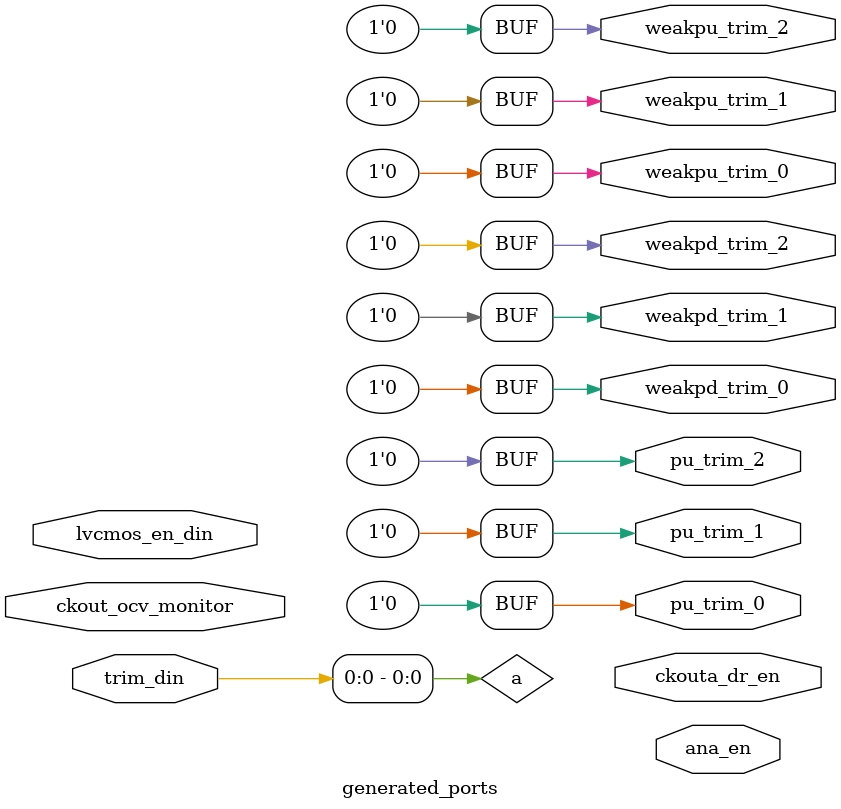
<source format=v>
module generated_ports (
    output pu_trim_0,
    output weakpu_trim_0,
    output weakpd_trim_0,
    output pu_trim_1,
    output weakpu_trim_1,
    output weakpd_trim_1,
    input [2:0] trim_din,
    output [4:0] ckouta_dr_en,
    input ckout_ocv_monitor,
    output ana_en,
    output pu_trim_2,
    output weakpu_trim_2,
    output weakpd_trim_2,
    input [3:0] lvcmos_en_din
);


assign weakpu_trim_0 = 1'b0;
assign weakpd_trim_0 = 1'b0;
assign pu_trim_0 = 1'b0;

assign weakpu_trim_1 = 1'b0;
assign weakpd_trim_1 = 1'b0;
assign pu_trim_1 = 1'b0;

assign weakpu_trim_2 = 1'b0;
assign weakpd_trim_2 = 1'b0;
assign pu_trim_2 = 1'b0;

always @(*)
a=trim_din;

endmodule
</source>
